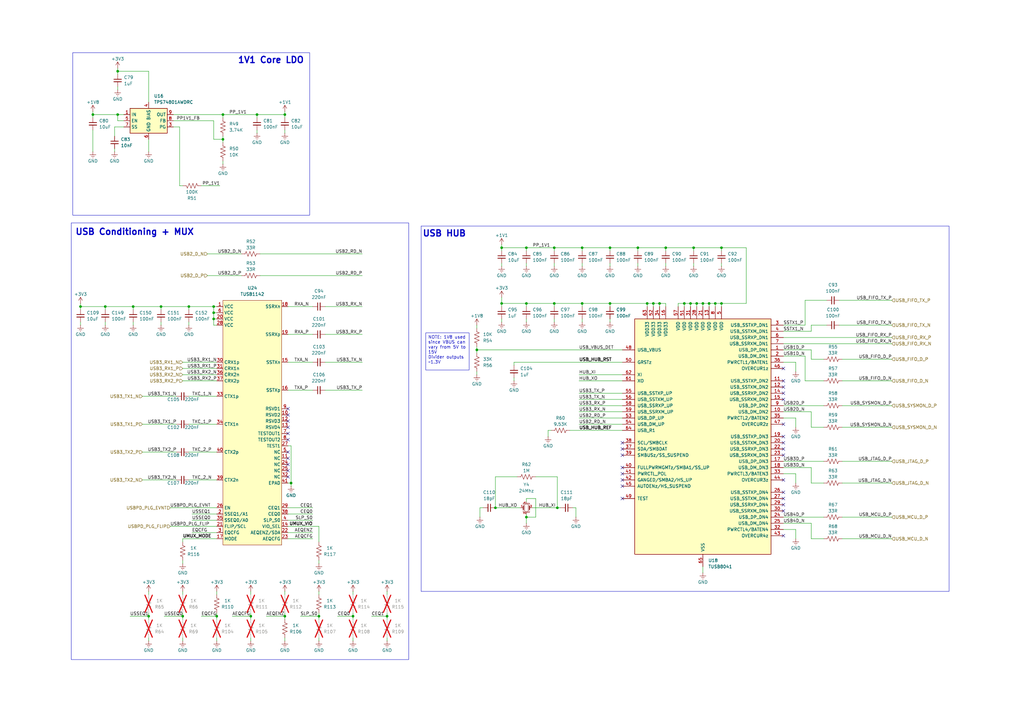
<source format=kicad_sch>
(kicad_sch (version 20231120) (generator "eeschema") (generator_version "8.0")
  (paper "A3")
  (title_block (title "USB Hub") (date "2024-07-14") (rev "1.0") (company "Drexel University") (comment 1 "Designed by John Hofmeyr"))
  (junction (at 116.84 46.99))
  (junction (at 144.78 252.73))
  (junction (at 77.47 125.73))
  (junction (at 285.75 124.46))
  (junction (at 273.05 101.6))
  (junction (at 87.63 128.27))
  (junction (at 265.43 124.46))
  (junction (at 119.38 198.12))
  (junction (at 267.97 124.46))
  (junction (at 60.96 252.73))
  (junction (at 105.41 46.99))
  (junction (at 91.44 46.99))
  (junction (at 227.33 101.6))
  (junction (at 284.48 101.6))
  (junction (at 215.9 124.46))
  (junction (at 88.9 252.73))
  (junction (at 130.81 252.73))
  (junction (at 293.37 124.46))
  (junction (at 283.21 124.46))
  (junction (at 295.91 101.6))
  (junction (at 48.26 46.99))
  (junction (at 288.29 124.46))
  (junction (at 215.9 212.09))
  (junction (at 280.67 124.46))
  (junction (at 261.62 101.6))
  (junction (at 48.26 29.21))
  (junction (at 91.44 57.15))
  (junction (at 290.83 124.46))
  (junction (at 74.93 252.73))
  (junction (at 43.18 125.73))
  (junction (at 295.91 124.46))
  (junction (at 87.63 130.81))
  (junction (at 203.2 208.28))
  (junction (at 215.9 101.6))
  (junction (at 66.04 125.73))
  (junction (at 250.19 101.6))
  (junction (at 102.87 252.73))
  (junction (at 205.74 101.6))
  (junction (at 54.61 125.73))
  (junction (at 158.75 252.73))
  (junction (at 116.84 252.73))
  (junction (at 205.74 124.46))
  (junction (at 238.76 101.6))
  (junction (at 228.6 208.28))
  (junction (at 238.76 124.46))
  (junction (at 270.51 124.46))
  (junction (at 38.1 46.99))
  (junction (at 33.02 125.73))
  (junction (at 250.19 124.46))
  (junction (at 195.58 143.51))
  (junction (at 227.33 124.46))
  (junction (at 87.63 125.73))
  (no_connect (at 118.11 193.04))
  (no_connect (at 255.27 194.31))
  (no_connect (at 118.11 195.58))
  (no_connect (at 321.31 181.61))
  (no_connect (at 321.31 151.13))
  (no_connect (at 118.11 177.8))
  (no_connect (at 321.31 186.69))
  (no_connect (at 321.31 156.21))
  (no_connect (at 118.11 185.42))
  (no_connect (at 118.11 180.34))
  (no_connect (at 255.27 196.85))
  (no_connect (at 255.27 181.61))
  (no_connect (at 321.31 161.29))
  (no_connect (at 118.11 172.72))
  (no_connect (at 118.11 187.96))
  (no_connect (at 321.31 204.47))
  (no_connect (at 321.31 179.07))
  (no_connect (at 321.31 163.83))
  (no_connect (at 255.27 186.69))
  (no_connect (at 255.27 191.77))
  (no_connect (at 321.31 209.55))
  (no_connect (at 118.11 175.26))
  (no_connect (at 255.27 199.39))
  (no_connect (at 321.31 173.99))
  (no_connect (at 321.31 219.71))
  (no_connect (at 321.31 207.01))
  (no_connect (at 255.27 204.47))
  (no_connect (at 118.11 190.5))
  (no_connect (at 118.11 167.64))
  (no_connect (at 321.31 184.15))
  (no_connect (at 255.27 184.15))
  (no_connect (at 321.31 201.93))
  (no_connect (at 321.31 158.75))
  (no_connect (at 118.11 170.18))
  (no_connect (at 321.31 196.85))
  (wire (pts (xy 270.51 124.46) (xy 270.51 125.73)))
  (wire (pts (xy 74.93 151.13) (xy 88.9 151.13)))
  (wire (pts (xy 66.04 125.73) (xy 77.47 125.73)))
  (wire (pts (xy 332.74 147.32) (xy 337.82 147.32)))
  (wire (pts (xy 345.44 175.26) (xy 365.76 175.26)))
  (wire (pts (xy 130.81 251.46) (xy 130.81 252.73)))
  (wire (pts (xy 195.58 152.4) (xy 195.58 153.67)))
  (wire (pts (xy 69.85 208.28) (xy 88.9 208.28)))
  (wire (pts (xy 215.9 101.6) (xy 227.33 101.6)))
  (wire (pts (xy 227.33 107.95) (xy 227.33 109.22)))
  (wire (pts (xy 284.48 101.6) (xy 295.91 101.6)))
  (wire (pts (xy 38.1 46.99) (xy 48.26 46.99)))
  (wire (pts (xy 77.47 162.56) (xy 88.9 162.56)))
  (wire (pts (xy 280.67 124.46) (xy 280.67 125.73)))
  (wire (pts (xy 212.09 195.58) (xy 203.2 195.58)))
  (wire (pts (xy 321.31 189.23) (xy 337.82 189.23)))
  (wire (pts (xy 144.78 251.46) (xy 144.78 252.73)))
  (wire (pts (xy 330.2 133.35) (xy 330.2 123.19)))
  (wire (pts (xy 228.6 195.58) (xy 228.6 208.28)))
  (wire (pts (xy 54.61 132.08) (xy 54.61 133.35)))
  (wire (pts (xy 345.44 147.32) (xy 365.76 147.32)))
  (wire (pts (xy 219.71 195.58) (xy 228.6 195.58)))
  (wire (pts (xy 118.11 210.82) (xy 128.27 210.82)))
  (wire (pts (xy 267.97 124.46) (xy 267.97 125.73)))
  (wire (pts (xy 250.19 101.6) (xy 261.62 101.6)))
  (wire (pts (xy 234.95 208.28) (xy 236.22 208.28)))
  (wire (pts (xy 273.05 101.6) (xy 284.48 101.6)))
  (wire (pts (xy 87.63 133.35) (xy 88.9 133.35)))
  (wire (pts (xy 82.55 252.73) (xy 88.9 252.73)))
  (wire (pts (xy 321.31 191.77) (xy 332.74 191.77)))
  (wire (pts (xy 116.84 242.57) (xy 116.84 243.84)))
  (wire (pts (xy 87.63 128.27) (xy 88.9 128.27)))
  (wire (pts (xy 283.21 124.46) (xy 283.21 125.73)))
  (wire (pts (xy 33.02 125.73) (xy 33.02 127)))
  (wire (pts (xy 290.83 124.46) (xy 293.37 124.46)))
  (wire (pts (xy 116.84 45.72) (xy 116.84 46.99)))
  (wire (pts (xy 102.87 242.57) (xy 102.87 243.84)))
  (wire (pts (xy 332.74 191.77) (xy 332.74 198.12)))
  (wire (pts (xy 321.31 194.31) (xy 326.39 194.31)))
  (wire (pts (xy 91.44 66.04) (xy 91.44 67.31)))
  (wire (pts (xy 205.74 121.92) (xy 205.74 124.46)))
  (wire (pts (xy 102.87 252.73) (xy 102.87 254)))
  (wire (pts (xy 238.76 124.46) (xy 250.19 124.46)))
  (wire (pts (xy 238.76 101.6) (xy 250.19 101.6)))
  (wire (pts (xy 105.41 46.99) (xy 105.41 48.26)))
  (wire (pts (xy 105.41 46.99) (xy 116.84 46.99)))
  (wire (pts (xy 270.51 124.46) (xy 273.05 124.46)))
  (wire (pts (xy 238.76 107.95) (xy 238.76 109.22)))
  (wire (pts (xy 77.47 196.85) (xy 88.9 196.85)))
  (wire (pts (xy 106.68 104.14) (xy 148.59 104.14)))
  (wire (pts (xy 321.31 214.63) (xy 332.74 214.63)))
  (wire (pts (xy 77.47 173.99) (xy 88.9 173.99)))
  (wire (pts (xy 123.19 252.73) (xy 130.81 252.73)))
  (wire (pts (xy 87.63 125.73) (xy 88.9 125.73)))
  (wire (pts (xy 60.96 57.15) (xy 60.96 62.23)))
  (wire (pts (xy 74.93 156.21) (xy 88.9 156.21)))
  (wire (pts (xy 87.63 125.73) (xy 87.63 128.27)))
  (wire (pts (xy 332.74 135.89) (xy 332.74 133.35)))
  (wire (pts (xy 88.9 242.57) (xy 88.9 243.84)))
  (wire (pts (xy 198.12 208.28) (xy 196.85 208.28)))
  (wire (pts (xy 95.25 252.73) (xy 102.87 252.73)))
  (wire (pts (xy 326.39 194.31) (xy 326.39 198.12)))
  (wire (pts (xy 116.84 261.62) (xy 116.84 262.89)))
  (wire (pts (xy 102.87 251.46) (xy 102.87 252.73)))
  (wire (pts (xy 224.79 176.53) (xy 224.79 179.07)))
  (wire (pts (xy 227.33 124.46) (xy 238.76 124.46)))
  (wire (pts (xy 87.63 130.81) (xy 88.9 130.81)))
  (wire (pts (xy 237.49 168.91) (xy 255.27 168.91)))
  (wire (pts (xy 74.93 229.87) (xy 74.93 231.14)))
  (wire (pts (xy 284.48 107.95) (xy 284.48 109.22)))
  (wire (pts (xy 344.17 123.19) (xy 365.76 123.19)))
  (wire (pts (xy 91.44 46.99) (xy 105.41 46.99)))
  (wire (pts (xy 118.11 198.12) (xy 119.38 198.12)))
  (wire (pts (xy 144.78 261.62) (xy 144.78 262.89)))
  (wire (pts (xy 38.1 53.34) (xy 38.1 62.23)))
  (wire (pts (xy 77.47 185.42) (xy 88.9 185.42)))
  (wire (pts (xy 332.74 214.63) (xy 332.74 220.98)))
  (wire (pts (xy 60.96 251.46) (xy 60.96 252.73)))
  (wire (pts (xy 226.06 176.53) (xy 224.79 176.53)))
  (wire (pts (xy 48.26 27.94) (xy 48.26 29.21)))
  (wire (pts (xy 237.49 166.37) (xy 255.27 166.37)))
  (wire (pts (xy 236.22 208.28) (xy 236.22 212.09)))
  (wire (pts (xy 238.76 101.6) (xy 238.76 102.87)))
  (wire (pts (xy 77.47 125.73) (xy 87.63 125.73)))
  (wire (pts (xy 130.81 229.87) (xy 130.81 231.14)))
  (wire (pts (xy 48.26 35.56) (xy 48.26 36.83)))
  (wire (pts (xy 116.84 252.73) (xy 116.84 254)))
  (wire (pts (xy 102.87 261.62) (xy 102.87 262.89)))
  (wire (pts (xy 321.31 168.91) (xy 332.74 168.91)))
  (wire (pts (xy 87.63 128.27) (xy 87.63 130.81)))
  (wire (pts (xy 158.75 261.62) (xy 158.75 262.89)))
  (wire (pts (xy 38.1 46.99) (xy 38.1 48.26)))
  (wire (pts (xy 321.31 138.43) (xy 365.76 138.43)))
  (wire (pts (xy 273.05 101.6) (xy 273.05 102.87)))
  (wire (pts (xy 205.74 124.46) (xy 215.9 124.46)))
  (wire (pts (xy 250.19 130.81) (xy 250.19 132.08)))
  (wire (pts (xy 99.06 104.14) (xy 85.09 104.14)))
  (wire (pts (xy 330.2 123.19) (xy 339.09 123.19)))
  (wire (pts (xy 219.71 212.09) (xy 215.9 212.09)))
  (wire (pts (xy 288.29 232.41) (xy 288.29 234.95)))
  (wire (pts (xy 265.43 124.46) (xy 265.43 125.73)))
  (wire (pts (xy 58.42 162.56) (xy 72.39 162.56)))
  (wire (pts (xy 278.13 124.46) (xy 278.13 125.73)))
  (wire (pts (xy 43.18 132.08) (xy 43.18 133.35)))
  (wire (pts (xy 78.74 213.36) (xy 88.9 213.36)))
  (wire (pts (xy 74.93 220.98) (xy 74.93 222.25)))
  (wire (pts (xy 332.74 198.12) (xy 337.82 198.12)))
  (wire (pts (xy 215.9 204.47) (xy 219.71 204.47)))
  (wire (pts (xy 130.81 261.62) (xy 130.81 262.89)))
  (wire (pts (xy 321.31 217.17) (xy 326.39 217.17)))
  (wire (pts (xy 88.9 252.73) (xy 88.9 254)))
  (wire (pts (xy 48.26 29.21) (xy 48.26 30.48)))
  (wire (pts (xy 106.68 113.03) (xy 148.59 113.03)))
  (wire (pts (xy 60.96 252.73) (xy 60.96 254)))
  (wire (pts (xy 321.31 133.35) (xy 330.2 133.35)))
  (wire (pts (xy 250.19 107.95) (xy 250.19 109.22)))
  (wire (pts (xy 77.47 132.08) (xy 77.47 133.35)))
  (wire (pts (xy 283.21 124.46) (xy 285.75 124.46)))
  (wire (pts (xy 345.44 156.21) (xy 365.76 156.21)))
  (wire (pts (xy 215.9 205.74) (xy 215.9 204.47)))
  (wire (pts (xy 38.1 45.72) (xy 38.1 46.99)))
  (wire (pts (xy 33.02 124.46) (xy 33.02 125.73)))
  (wire (pts (xy 306.07 101.6) (xy 295.91 101.6)))
  (wire (pts (xy 33.02 132.08) (xy 33.02 133.35)))
  (wire (pts (xy 74.93 153.67) (xy 88.9 153.67)))
  (wire (pts (xy 203.2 208.28) (xy 213.36 208.28)))
  (wire (pts (xy 130.81 252.73) (xy 130.81 254)))
  (wire (pts (xy 321.31 166.37) (xy 337.82 166.37)))
  (wire (pts (xy 345.44 189.23) (xy 365.76 189.23)))
  (wire (pts (xy 133.35 160.02) (xy 148.59 160.02)))
  (wire (pts (xy 48.26 46.99) (xy 50.8 46.99)))
  (wire (pts (xy 71.12 46.99) (xy 91.44 46.99)))
  (wire (pts (xy 74.93 251.46) (xy 74.93 252.73)))
  (wire (pts (xy 128.27 148.59) (xy 118.11 148.59)))
  (wire (pts (xy 321.31 146.05) (xy 330.2 146.05)))
  (wire (pts (xy 210.82 148.59) (xy 210.82 149.86)))
  (wire (pts (xy 87.63 49.53) (xy 87.63 57.15)))
  (wire (pts (xy 87.63 130.81) (xy 87.63 133.35)))
  (wire (pts (xy 116.84 251.46) (xy 116.84 252.73)))
  (wire (pts (xy 91.44 46.99) (xy 91.44 48.26)))
  (wire (pts (xy 118.11 208.28) (xy 128.27 208.28)))
  (wire (pts (xy 278.13 124.46) (xy 280.67 124.46)))
  (wire (pts (xy 205.74 130.81) (xy 205.74 132.08)))
  (wire (pts (xy 215.9 101.6) (xy 215.9 102.87)))
  (wire (pts (xy 290.83 124.46) (xy 290.83 125.73)))
  (wire (pts (xy 215.9 107.95) (xy 215.9 109.22)))
  (wire (pts (xy 345.44 198.12) (xy 365.76 198.12)))
  (wire (pts (xy 238.76 124.46) (xy 238.76 125.73)))
  (wire (pts (xy 345.44 166.37) (xy 365.76 166.37)))
  (wire (pts (xy 237.49 171.45) (xy 255.27 171.45)))
  (wire (pts (xy 43.18 125.73) (xy 43.18 127)))
  (wire (pts (xy 118.11 218.44) (xy 128.27 218.44)))
  (wire (pts (xy 321.31 143.51) (xy 332.74 143.51)))
  (wire (pts (xy 285.75 124.46) (xy 288.29 124.46)))
  (wire (pts (xy 118.11 220.98) (xy 128.27 220.98)))
  (wire (pts (xy 261.62 101.6) (xy 273.05 101.6)))
  (wire (pts (xy 130.81 222.25) (xy 130.81 215.9)))
  (wire (pts (xy 250.19 124.46) (xy 250.19 125.73)))
  (wire (pts (xy 46.99 52.07) (xy 46.99 55.88)))
  (wire (pts (xy 261.62 101.6) (xy 261.62 102.87)))
  (wire (pts (xy 205.74 124.46) (xy 205.74 125.73)))
  (wire (pts (xy 195.58 143.51) (xy 195.58 144.78)))
  (wire (pts (xy 227.33 130.81) (xy 227.33 132.08)))
  (wire (pts (xy 116.84 53.34) (xy 116.84 54.61)))
  (wire (pts (xy 280.67 124.46) (xy 283.21 124.46)))
  (wire (pts (xy 205.74 100.33) (xy 205.74 101.6)))
  (wire (pts (xy 210.82 148.59) (xy 255.27 148.59)))
  (wire (pts (xy 158.75 252.73) (xy 158.75 254)))
  (wire (pts (xy 66.04 132.08) (xy 66.04 133.35)))
  (wire (pts (xy 74.93 148.59) (xy 88.9 148.59)))
  (wire (pts (xy 293.37 124.46) (xy 293.37 125.73)))
  (wire (pts (xy 60.96 29.21) (xy 60.96 41.91)))
  (wire (pts (xy 238.76 130.81) (xy 238.76 132.08)))
  (wire (pts (xy 321.31 171.45) (xy 326.39 171.45)))
  (wire (pts (xy 326.39 148.59) (xy 326.39 152.4)))
  (wire (pts (xy 288.29 124.46) (xy 290.83 124.46)))
  (wire (pts (xy 48.26 49.53) (xy 48.26 46.99)))
  (wire (pts (xy 74.93 252.73) (xy 74.93 254)))
  (wire (pts (xy 54.61 125.73) (xy 66.04 125.73)))
  (wire (pts (xy 210.82 154.94) (xy 210.82 156.21)))
  (wire (pts (xy 293.37 124.46) (xy 295.91 124.46)))
  (wire (pts (xy 77.47 125.73) (xy 77.47 127)))
  (wire (pts (xy 118.11 213.36) (xy 128.27 213.36)))
  (wire (pts (xy 219.71 204.47) (xy 219.71 212.09)))
  (wire (pts (xy 237.49 163.83) (xy 255.27 163.83)))
  (wire (pts (xy 237.49 156.21) (xy 255.27 156.21)))
  (wire (pts (xy 326.39 217.17) (xy 326.39 220.98)))
  (wire (pts (xy 69.85 215.9) (xy 88.9 215.9)))
  (wire (pts (xy 233.68 176.53) (xy 255.27 176.53)))
  (wire (pts (xy 91.44 57.15) (xy 91.44 58.42)))
  (wire (pts (xy 128.27 125.73) (xy 118.11 125.73)))
  (wire (pts (xy 73.66 76.2) (xy 74.93 76.2)))
  (wire (pts (xy 54.61 125.73) (xy 54.61 127)))
  (wire (pts (xy 119.38 182.88) (xy 119.38 198.12)))
  (wire (pts (xy 50.8 49.53) (xy 48.26 49.53)))
  (wire (pts (xy 195.58 134.62) (xy 195.58 133.35)))
  (wire (pts (xy 321.31 148.59) (xy 326.39 148.59)))
  (wire (pts (xy 295.91 124.46) (xy 295.91 125.73)))
  (wire (pts (xy 284.48 101.6) (xy 284.48 102.87)))
  (wire (pts (xy 218.44 208.28) (xy 228.6 208.28)))
  (wire (pts (xy 227.33 101.6) (xy 227.33 102.87)))
  (wire (pts (xy 109.22 252.73) (xy 116.84 252.73)))
  (wire (pts (xy 273.05 124.46) (xy 273.05 125.73)))
  (wire (pts (xy 87.63 57.15) (xy 91.44 57.15)))
  (wire (pts (xy 74.93 242.57) (xy 74.93 243.84)))
  (wire (pts (xy 295.91 101.6) (xy 295.91 102.87)))
  (wire (pts (xy 196.85 208.28) (xy 196.85 212.09)))
  (wire (pts (xy 71.12 49.53) (xy 87.63 49.53)))
  (wire (pts (xy 332.74 175.26) (xy 337.82 175.26)))
  (wire (pts (xy 326.39 171.45) (xy 326.39 175.26)))
  (wire (pts (xy 330.2 146.05) (xy 330.2 156.21)))
  (wire (pts (xy 306.07 124.46) (xy 306.07 101.6)))
  (wire (pts (xy 203.2 195.58) (xy 203.2 208.28)))
  (wire (pts (xy 133.35 125.73) (xy 148.59 125.73)))
  (wire (pts (xy 215.9 124.46) (xy 227.33 124.46)))
  (wire (pts (xy 133.35 148.59) (xy 148.59 148.59)))
  (wire (pts (xy 237.49 161.29) (xy 255.27 161.29)))
  (wire (pts (xy 91.44 55.88) (xy 91.44 57.15)))
  (wire (pts (xy 50.8 52.07) (xy 46.99 52.07)))
  (wire (pts (xy 74.93 220.98) (xy 88.9 220.98)))
  (wire (pts (xy 152.4 252.73) (xy 158.75 252.73)))
  (wire (pts (xy 88.9 251.46) (xy 88.9 252.73)))
  (wire (pts (xy 227.33 101.6) (xy 238.76 101.6)))
  (wire (pts (xy 237.49 153.67) (xy 255.27 153.67)))
  (wire (pts (xy 71.12 52.07) (xy 73.66 52.07)))
  (wire (pts (xy 73.66 76.2) (xy 73.66 52.07)))
  (wire (pts (xy 321.31 140.97) (xy 365.76 140.97)))
  (wire (pts (xy 261.62 107.95) (xy 261.62 109.22)))
  (wire (pts (xy 130.81 242.57) (xy 130.81 243.84)))
  (wire (pts (xy 128.27 137.16) (xy 118.11 137.16)))
  (wire (pts (xy 58.42 173.99) (xy 72.39 173.99)))
  (wire (pts (xy 205.74 101.6) (xy 205.74 102.87)))
  (wire (pts (xy 332.74 133.35) (xy 339.09 133.35)))
  (wire (pts (xy 285.75 124.46) (xy 285.75 125.73)))
  (wire (pts (xy 116.84 46.99) (xy 116.84 48.26)))
  (wire (pts (xy 321.31 212.09) (xy 337.82 212.09)))
  (wire (pts (xy 288.29 124.46) (xy 288.29 125.73)))
  (wire (pts (xy 158.75 242.57) (xy 158.75 243.84)))
  (wire (pts (xy 78.74 218.44) (xy 88.9 218.44)))
  (wire (pts (xy 215.9 212.09) (xy 215.9 214.63)))
  (wire (pts (xy 88.9 261.62) (xy 88.9 262.89)))
  (wire (pts (xy 138.43 252.73) (xy 144.78 252.73)))
  (wire (pts (xy 332.74 168.91) (xy 332.74 175.26)))
  (wire (pts (xy 344.17 133.35) (xy 365.76 133.35)))
  (wire (pts (xy 105.41 53.34) (xy 105.41 54.61)))
  (wire (pts (xy 58.42 185.42) (xy 72.39 185.42)))
  (wire (pts (xy 295.91 107.95) (xy 295.91 109.22)))
  (wire (pts (xy 250.19 124.46) (xy 265.43 124.46)))
  (wire (pts (xy 215.9 130.81) (xy 215.9 132.08)))
  (wire (pts (xy 265.43 124.46) (xy 267.97 124.46)))
  (wire (pts (xy 228.6 208.28) (xy 229.87 208.28)))
  (wire (pts (xy 215.9 210.82) (xy 215.9 212.09)))
  (wire (pts (xy 118.11 215.9) (xy 130.81 215.9)))
  (wire (pts (xy 46.99 60.96) (xy 46.99 62.23)))
  (wire (pts (xy 237.49 173.99) (xy 255.27 173.99)))
  (wire (pts (xy 144.78 252.73) (xy 144.78 254)))
  (wire (pts (xy 118.11 182.88) (xy 119.38 182.88)))
  (wire (pts (xy 144.78 242.57) (xy 144.78 243.84)))
  (wire (pts (xy 74.93 261.62) (xy 74.93 262.89)))
  (wire (pts (xy 60.96 242.57) (xy 60.96 243.84)))
  (wire (pts (xy 48.26 29.21) (xy 60.96 29.21)))
  (wire (pts (xy 345.44 220.98) (xy 365.76 220.98)))
  (wire (pts (xy 82.55 76.2) (xy 90.17 76.2)))
  (wire (pts (xy 99.06 113.03) (xy 85.09 113.03)))
  (wire (pts (xy 295.91 124.46) (xy 306.07 124.46)))
  (wire (pts (xy 33.02 125.73) (xy 43.18 125.73)))
  (wire (pts (xy 53.34 252.73) (xy 60.96 252.73)))
  (wire (pts (xy 133.35 137.16) (xy 148.59 137.16)))
  (wire (pts (xy 60.96 261.62) (xy 60.96 262.89)))
  (wire (pts (xy 267.97 124.46) (xy 270.51 124.46)))
  (wire (pts (xy 66.04 125.73) (xy 66.04 127)))
  (wire (pts (xy 158.75 251.46) (xy 158.75 252.73)))
  (wire (pts (xy 128.27 160.02) (xy 118.11 160.02)))
  (wire (pts (xy 78.74 210.82) (xy 88.9 210.82)))
  (wire (pts (xy 330.2 156.21) (xy 337.82 156.21)))
  (wire (pts (xy 227.33 124.46) (xy 227.33 125.73)))
  (wire (pts (xy 250.19 101.6) (xy 250.19 102.87)))
  (wire (pts (xy 332.74 220.98) (xy 337.82 220.98)))
  (wire (pts (xy 215.9 124.46) (xy 215.9 125.73)))
  (wire (pts (xy 67.31 252.73) (xy 74.93 252.73)))
  (wire (pts (xy 205.74 107.95) (xy 205.74 109.22)))
  (wire (pts (xy 43.18 125.73) (xy 54.61 125.73)))
  (wire (pts (xy 119.38 198.12) (xy 119.38 199.39)))
  (wire (pts (xy 332.74 143.51) (xy 332.74 147.32)))
  (wire (pts (xy 321.31 135.89) (xy 332.74 135.89)))
  (wire (pts (xy 58.42 196.85) (xy 72.39 196.85)))
  (wire (pts (xy 195.58 142.24) (xy 195.58 143.51)))
  (wire (pts (xy 195.58 143.51) (xy 255.27 143.51)))
  (wire (pts (xy 345.44 212.09) (xy 365.76 212.09)))
  (wire (pts (xy 273.05 107.95) (xy 273.05 109.22)))
  (wire (pts (xy 205.74 101.6) (xy 215.9 101.6)))
  (rectangle (start 29.845 21.59) (end 127 88.265))
  (rectangle (start 29.21 91.44) (end 167.64 270.51))
  (rectangle (start 172.72 92.71) (end 389.255 242.57))
  (text_box "NOTE: 1V8 used since VBUS can vary from 5V to 15V\nDivider outputs ~1.3V" (at 174.625 136.525 0) (size 17.78 15.24) (effects (font (size 1.27 1.27)) (justify left top)))
  (text "USB Conditioning + MUX" (at 55.245 95.25 0) (effects (font (size 2.54 2.54) (thickness 0.508) (bold yes))))
  (text "1V1 Core LDO" (at 111.125 24.765 0) (effects (font (size 2.54 2.54) (thickness 0.508) (bold yes))))
  (text "USB HUB" (at 182.245 95.885 0) (effects (font (size 2.54 2.54) (thickness 0.508) (bold yes))))
  (label "USB_FIFO_D_N" (at 365.76 156.21 180))
  (label "USB4D_P" (at 321.31 212.09 0))
  (label "USB_HUB_REF" (at 237.49 176.53 0) (effects (font (bold yes))))
  (label "USB3_TX1_P" (at 72.39 173.99 180))
  (label "USB3_TX_N" (at 237.49 163.83 0))
  (label "USB_MCU_D_P" (at 365.76 212.09 180))
  (label "TXC_1_N" (at 78.74 162.56 0))
  (label "USB_FIFO_TX_P" (at 365.76 123.19 180))
  (label "USSEQ0" (at 67.31 252.73 0))
  (label "USB3_TX_P" (at 148.59 160.02 180))
  (label "RXA_P" (at 120.65 137.16 0))
  (label "USB1D_P" (at 321.31 143.51 0))
  (label "USB3_RX1_P" (at 88.9 151.13 180))
  (label "AEQCFG" (at 128.27 220.98 180))
  (label "USB2D_N" (at 321.31 168.91 0))
  (label "USB_JTAG_D_P" (at 365.76 189.23 180))
  (label "USB2_D_P" (at 99.06 113.03 180))
  (label "HUB_XO" (at 237.49 156.21 0))
  (label "HUB_XO" (at 212.09 208.28 180))
  (label "USB3_RX1_N" (at 88.9 148.59 180))
  (label "USB3_RX2_P" (at 88.9 156.21 180))
  (label "USB4D_N" (at 321.31 214.63 0))
  (label "USB2_RD_P" (at 237.49 171.45 0))
  (label "USB_JTAG_D_N" (at 365.76 198.12 180))
  (label "USB_FIFO_RX_P" (at 365.76 138.43 180))
  (label "USB3_TX_N" (at 148.59 148.59 180))
  (label "PP_1V1" (at 90.17 76.2 180))
  (label "USB2_RD_N" (at 237.49 173.99 0))
  (label "USB_HUB_RST" (at 237.49 148.59 0) (effects (font (bold yes))))
  (label "TXC_1_P" (at 78.74 173.99 0))
  (label "USB3D_P" (at 321.31 189.23 0))
  (label "HUB_XI" (at 220.98 208.28 0))
  (label "EQCFG" (at 78.74 218.44 0))
  (label "USB_MCU_D_N" (at 365.76 220.98 180))
  (label "USB_VBUS_DET" (at 237.49 143.51 0))
  (label "USB1D_N" (at 321.31 146.05 0))
  (label "SLP_S0" (at 123.19 252.73 0))
  (label "USB2D_P" (at 321.31 166.37 0))
  (label "USB3_RX_P" (at 237.49 166.37 0))
  (label "CEQ0" (at 138.43 252.73 0))
  (label "PP_1V1" (at 218.44 101.6 0))
  (label "CEQ1" (at 128.27 208.28 180))
  (label "AEQENZ" (at 109.22 252.73 0))
  (label "USB_SYSMON_D_N" (at 365.76 175.26 180))
  (label "TXC_2_N" (at 78.74 196.85 0))
  (label "USB_FIFO_D_P" (at 365.76 147.32 180))
  (label "USSEQ0" (at 78.74 213.36 0))
  (label "PP1V1_FB" (at 72.39 49.53 0))
  (label "CEQ0" (at 128.27 210.82 180))
  (label "AEQCFG" (at 95.25 252.73 0))
  (label "RXA_N" (at 120.65 125.73 0))
  (label "HUB_XI" (at 237.49 153.67 0))
  (label "USB3_TX1_N" (at 72.39 162.56 180))
  (label "USB3_TX_P" (at 237.49 161.29 0))
  (label "USB3_RX_N" (at 148.59 125.73 180))
  (label "EQCFG" (at 82.55 252.73 0))
  (label "USB_SYSMON_D_P" (at 365.76 166.37 180))
  (label "USB3_RX_N" (at 237.49 168.91 0))
  (label "USB3_RX2_N" (at 88.9 153.67 180))
  (label "USB_FIFO_RX_N" (at 365.76 140.97 180))
  (label "USB3_RX_P" (at 148.59 137.16 180))
  (label "USBPD_PLG_FLIP" (at 69.85 215.9 0))
  (label "SSTX1_N" (at 321.31 135.89 0))
  (label "USB3_TX2_P" (at 72.39 185.42 180))
  (label "TXA_N" (at 120.65 148.59 0))
  (label "SSTX1_P" (at 321.31 133.35 0))
  (label "SLP_S0" (at 128.27 213.36 180))
  (label "USB2_RD_P" (at 148.59 113.03 180))
  (label "UMUX_VIO" (at 128.27 215.9 180) (effects (font (bold yes))))
  (label "TXA_P" (at 120.65 160.02 0))
  (label "USSEQ1" (at 53.34 252.73 0))
  (label "USB_FIFO_TX_N" (at 365.76 133.35 180))
  (label "TXC_2_P" (at 78.74 185.42 0))
  (label "USSEQ1" (at 78.74 210.82 0))
  (label "USBPD_PLG_EVNT" (at 86.36 208.28 180))
  (label "PP_1V1" (at 93.98 46.99 0))
  (label "USB3_TX2_N" (at 72.39 196.85 180))
  (label "USB3D_N" (at 321.31 191.77 0))
  (label "USB2_D_N" (at 99.06 104.14 180))
  (label "UMUX_MODE" (at 74.93 220.98 0) (effects (font (bold yes))))
  (label "AEQENZ" (at 128.27 218.44 180))
  (label "USB2_RD_N" (at 148.59 104.14 180))
  (label "CEQ1" (at 152.4 252.73 0))
  (hierarchical_label "USB_FIFO_TX_N" (shape input) (at 365.76 133.35 0))
  (hierarchical_label "USBPD_PLG_EVNT" (shape input) (at 69.85 208.28 180))
  (hierarchical_label "USB2_D_P" (shape input) (at 85.09 113.03 180))
  (hierarchical_label "USB_SYSMON_D_P" (shape input) (at 365.76 166.37 0))
  (hierarchical_label "USB3_RX1_N" (shape input) (at 74.93 148.59 180))
  (hierarchical_label "USB3_RX2_P" (shape input) (at 74.93 156.21 180))
  (hierarchical_label "USB_SYSMON_D_N" (shape input) (at 365.76 175.26 0))
  (hierarchical_label "USB3_TX1_P" (shape input) (at 58.42 173.99 180))
  (hierarchical_label "USB_MCU_D_P" (shape input) (at 365.76 212.09 0))
  (hierarchical_label "USB_JTAG_D_N" (shape input) (at 365.76 198.12 0))
  (hierarchical_label "USB3_TX2_P" (shape input) (at 58.42 185.42 180))
  (hierarchical_label "USB_MCU_D_N" (shape input) (at 365.76 220.98 0))
  (hierarchical_label "USB_FIFO_TX_P" (shape input) (at 365.76 123.19 0))
  (hierarchical_label "USB_FIFO_RX_N" (shape input) (at 365.76 140.97 0))
  (hierarchical_label "USB3_RX1_P" (shape input) (at 74.93 151.13 180))
  (hierarchical_label "USB_FIFO_D_P" (shape input) (at 365.76 147.32 0))
  (hierarchical_label "USB_JTAG_D_P" (shape input) (at 365.76 189.23 0))
  (hierarchical_label "USB2_D_N" (shape input) (at 85.09 104.14 180))
  (hierarchical_label "USB_FIFO_RX_P" (shape input) (at 365.76 138.43 0))
  (hierarchical_label "USB3_RX2_N" (shape input) (at 74.93 153.67 180))
  (hierarchical_label "USB3_TX1_N" (shape input) (at 58.42 162.56 180))
  (hierarchical_label "USB_FIFO_D_N" (shape input) (at 365.76 156.21 0))
  (hierarchical_label "USBPD_PLG_FLIP" (shape input) (at 69.85 215.9 180))
  (hierarchical_label "USB3_TX2_N" (shape input) (at 58.42 196.85 180))
  (symbol (lib_id "Device:R_US") (at 78.74 76.2 270) (mirror x) (unit 1)
    (property "Reference" "R51" (at 78.74 81.28 90))
    (property "Value" "100K" (at 78.74 78.74 90))
    (property "Footprint" "Resistor_SMD:R_0201_0603Metric" (effects (hide yes)))
    (property "Description" "Resistor, US symbol" (effects (hide yes)))
  )
  (symbol (lib_id "power:GND") (at 196.85 212.09 0) (unit 1)
    (property "Reference" "#PWR0200" (effects (hide yes)))
    (property "Value" "GND" (at 196.85 215.9 0))
    (property "Description" "Power symbol creates a global label with name \"GND\" , ground" (effects (hide yes)))
  )
  (symbol (lib_id "Device:R_US") (at 102.87 104.14 270) (unit 1)
    (property "Reference" "R52" (at 102.87 99.06 90))
    (property "Value" "33R" (at 102.87 101.6 90))
    (property "Footprint" "Resistor_SMD:R_0201_0603Metric" (effects (hide yes)))
    (property "Description" "Resistor, US symbol" (effects (hide yes)))
  )
  (symbol (lib_id "power:GND") (at 195.58 153.67 0) (unit 1)
    (property "Reference" "#PWR0191" (effects (hide yes)))
    (property "Value" "GND" (at 195.58 157.48 0))
    (property "Description" "Power symbol creates a global label with name \"GND\" , ground" (effects (hide yes)))
  )
  (symbol (lib_id "Device:R_US") (at 341.63 189.23 270) (unit 1)
    (property "Reference" "R61" (at 341.63 184.15 90))
    (property "Value" "33R" (at 341.63 186.69 90))
    (property "Footprint" "Resistor_SMD:R_0201_0603Metric" (effects (hide yes)))
    (property "Description" "Resistor, US symbol" (effects (hide yes)))
  )
  (symbol (lib_id "Device:R_US") (at 102.87 113.03 270) (unit 1)
    (property "Reference" "R53" (at 102.87 107.95 90))
    (property "Value" "33R" (at 102.87 110.49 90))
    (property "Footprint" "Resistor_SMD:R_0201_0603Metric" (effects (hide yes)))
    (property "Description" "Resistor, US symbol" (effects (hide yes)))
  )
  (symbol (lib_id "power:GND") (at 288.29 234.95 0) (unit 1)
    (property "Reference" "#PWR0207" (effects (hide yes)))
    (property "Value" "GND" (at 288.29 238.76 0))
    (property "Description" "Power symbol creates a global label with name \"GND\" , ground" (effects (hide yes)))
  )
  (symbol (lib_id "Device:C_Small") (at 130.81 125.73 90) (unit 1)
    (property "Reference" "C94" (at 130.8163 119.38 90))
    (property "Value" "220nF" (at 130.8163 121.92 90))
    (property "Footprint" "Capacitor_SMD:C_0201_0603Metric" (effects (hide yes)))
    (property "Description" "Unpolarized capacitor, small symbol" (effects (hide yes)))
  )
  (symbol (lib_id "Device:R_US") (at 74.93 257.81 180) (unit 1) (dnp yes)
    (property "Reference" "R69" (at 79.375 259.08 0))
    (property "Value" "1K" (at 79.375 256.54 0))
    (property "Footprint" "Resistor_SMD:R_0201_0603Metric" (effects (hide yes)))
    (property "Description" "Resistor, US symbol" (effects (hide yes)))
  )
  (symbol (lib_id "Device:C_Small") (at 66.04 129.54 0) (unit 1)
    (property "Reference" "C151" (at 68.58 128.2762 0) (effects (justify left)))
    (property "Value" "100nF" (at 68.58 130.8162 0) (effects (justify left)))
    (property "Footprint" "Capacitor_SMD:C_0201_0603Metric" (effects (hide yes)))
    (property "Description" "Unpolarized capacitor, small symbol" (effects (hide yes)))
  )
  (symbol (lib_id "power:+1V8") (at 38.1 45.72 0) (unit 1)
    (property "Reference" "#PWR0165" (effects (hide yes)))
    (property "Value" "+1V8" (at 38.1 41.91 0))
    (property "Description" "Power symbol creates a global label with name \"+1V8\"" (effects (hide yes)))
  )
  (symbol (lib_id "Interface_USB:TUSB8041") (at 288.29 179.07 0) (unit 1)
    (property "Reference" "U18" (at 290.4841 229.87 0) (effects (justify left)))
    (property "Value" "TUSB8041" (at 290.4841 232.41 0) (effects (justify left)))
    (property "Footprint" "Package_DFN_QFN:QFN-64-1EP_9x9mm_P0.5mm_EP6x6mm_ThermalVias" (effects (hide yes)))
    (property "Datasheet" "http://www.ti.com/lit/ds/symlink/tusb8041.pdf" (effects (hide yes)))
    (property "Description" "four port USB 3.0 Hub" (effects (hide yes)))
  )
  (symbol (lib_id "Device:C_Small") (at 116.84 50.8 0) (unit 1)
    (property "Reference" "C82" (at 119.38 49.5362 0) (effects (justify left)))
    (property "Value" "10uF" (at 119.38 52.0762 0) (effects (justify left)))
    (property "Footprint" "Capacitor_SMD:C_0603_1608Metric" (effects (hide yes)))
    (property "Description" "Unpolarized capacitor, small symbol" (effects (hide yes)))
  )
  (symbol (lib_id "power:GND") (at 130.81 231.14 0) (unit 1)
    (property "Reference" "#PWR0291" (effects (hide yes)))
    (property "Value" "GND" (at 130.81 234.95 0))
    (property "Description" "Power symbol creates a global label with name \"GND\" , ground" (effects (hide yes)))
  )
  (symbol (lib_id "Device:Crystal_GND24_Small") (at 215.9 208.28 0) (unit 1)
    (property "Reference" "Y4" (at 215.9 198.755 0))
    (property "Value" "24Mhz" (at 215.9 201.295 0))
    (property "Footprint" "Oscillator:Oscillator_SMD_Abracon_ASE-4Pin_3.2x2.5mm" (effects (hide yes)))
    (property "Datasheet" "https://abracon.com/Resonators/ABM8G.pdf" (effects (hide yes)))
    (property "Description" "Four pin crystal, GND on pins 2 and 4, small symbol" (effects (hide yes)))
  )
  (symbol (lib_id "power:GND") (at 326.39 152.4 0) (unit 1)
    (property "Reference" "#PWR0190" (effects (hide yes)))
    (property "Value" "GND" (at 326.39 156.21 0))
    (property "Description" "Power symbol creates a global label with name \"GND\" , ground" (effects (hide yes)))
  )
  (symbol (lib_id "Device:C_Small") (at 261.62 105.41 0) (unit 1)
    (property "Reference" "C89" (at 264.16 104.1462 0) (effects (justify left)))
    (property "Value" "100nF" (at 264.16 106.6862 0) (effects (justify left)))
    (property "Footprint" "Capacitor_SMD:C_0201_0603Metric" (effects (hide yes)))
    (property "Description" "Unpolarized capacitor, small symbol" (effects (hide yes)))
  )
  (symbol (lib_id "Device:C_Small") (at 200.66 208.28 270) (unit 1)
    (property "Reference" "C110" (at 200.6536 201.93 90))
    (property "Value" "18pF" (at 200.6536 204.47 90))
    (property "Footprint" "Capacitor_SMD:C_0201_0603Metric" (effects (hide yes)))
    (property "Description" "Unpolarized capacitor, small symbol" (effects (hide yes)))
  )
  (symbol (lib_id "power:GND") (at 326.39 220.98 0) (unit 1)
    (property "Reference" "#PWR0205" (effects (hide yes)))
    (property "Value" "GND" (at 326.39 224.79 0))
    (property "Description" "Power symbol creates a global label with name \"GND\" , ground" (effects (hide yes)))
  )
  (symbol (lib_id "Device:C_Small") (at 215.9 105.41 0) (unit 1)
    (property "Reference" "C85" (at 218.44 104.1462 0) (effects (justify left)))
    (property "Value" "100nF" (at 218.44 106.6862 0) (effects (justify left)))
    (property "Footprint" "Capacitor_SMD:C_0201_0603Metric" (effects (hide yes)))
    (property "Description" "Unpolarized capacitor, small symbol" (effects (hide yes)))
  )
  (symbol (lib_id "Device:R_US") (at 195.58 148.59 180) (unit 1)
    (property "Reference" "R56" (at 200.025 149.86 0))
    (property "Value" "33K" (at 200.025 147.32 0))
    (property "Footprint" "Resistor_SMD:R_0201_0603Metric" (effects (hide yes)))
    (property "Description" "Resistor, US symbol" (effects (hide yes)))
  )
  (symbol (lib_id "Device:C_Small") (at 232.41 208.28 270) (unit 1)
    (property "Reference" "C111" (at 232.4036 201.93 90))
    (property "Value" "18pF" (at 232.4036 204.47 90))
    (property "Footprint" "Capacitor_SMD:C_0201_0603Metric" (effects (hide yes)))
    (property "Description" "Unpolarized capacitor, small symbol" (effects (hide yes)))
  )
  (symbol (lib_id "power:+3V3") (at 88.9 242.57 0) (unit 1)
    (property "Reference" "#PWR0279" (effects (hide yes)))
    (property "Value" "+3V3" (at 88.9 238.76 0))
    (property "Description" "Power symbol creates a global label with name \"+3V3\"" (effects (hide yes)))
  )
  (symbol (lib_id "Device:C_Small") (at 295.91 105.41 0) (unit 1)
    (property "Reference" "C92" (at 298.45 104.1462 0) (effects (justify left)))
    (property "Value" "100nF" (at 298.45 106.6862 0) (effects (justify left)))
    (property "Footprint" "Capacitor_SMD:C_0201_0603Metric" (effects (hide yes)))
    (property "Description" "Unpolarized capacitor, small symbol" (effects (hide yes)))
  )
  (symbol (lib_id "power:GND") (at 215.9 109.22 0) (unit 1)
    (property "Reference" "#PWR0176" (effects (hide yes)))
    (property "Value" "GND" (at 215.9 113.03 0))
    (property "Description" "Power symbol creates a global label with name \"GND\" , ground" (effects (hide yes)))
  )
  (symbol (lib_id "Device:R_US") (at 88.9 247.65 180) (unit 1)
    (property "Reference" "R110" (at 93.345 248.92 0))
    (property "Value" "1K" (at 93.345 246.38 0))
    (property "Footprint" "Resistor_SMD:R_0201_0603Metric" (effects (hide yes)))
    (property "Description" "Resistor, US symbol" (effects (hide yes)))
  )
  (symbol (lib_id "Device:R_US") (at 341.63 156.21 270) (unit 1)
    (property "Reference" "R57" (at 341.63 151.13 90))
    (property "Value" "33R" (at 341.63 153.67 90))
    (property "Footprint" "Resistor_SMD:R_0201_0603Metric" (effects (hide yes)))
    (property "Description" "Resistor, US symbol" (effects (hide yes)))
  )
  (symbol (lib_id "Device:C_Small") (at 130.81 137.16 90) (unit 1)
    (property "Reference" "C101" (at 130.8163 130.81 90))
    (property "Value" "220nF" (at 130.8163 133.35 90))
    (property "Footprint" "Capacitor_SMD:C_0201_0603Metric" (effects (hide yes)))
    (property "Description" "Unpolarized capacitor, small symbol" (effects (hide yes)))
  )
  (symbol (lib_id "power:GND") (at 261.62 109.22 0) (unit 1)
    (property "Reference" "#PWR0180" (effects (hide yes)))
    (property "Value" "GND" (at 261.62 113.03 0))
    (property "Description" "Power symbol creates a global label with name \"GND\" , ground" (effects (hide yes)))
  )
  (symbol (lib_id "Device:R_US") (at 158.75 247.65 180) (unit 1) (dnp yes)
    (property "Reference" "R115" (at 163.195 248.92 0))
    (property "Value" "1K" (at 163.195 246.38 0))
    (property "Footprint" "Resistor_SMD:R_0201_0603Metric" (effects (hide yes)))
    (property "Description" "Resistor, US symbol" (effects (hide yes)))
  )
  (symbol (lib_id "Device:C_Small") (at 284.48 105.41 0) (unit 1)
    (property "Reference" "C91" (at 287.02 104.1462 0) (effects (justify left)))
    (property "Value" "100nF" (at 287.02 106.6862 0) (effects (justify left)))
    (property "Footprint" "Capacitor_SMD:C_0201_0603Metric" (effects (hide yes)))
    (property "Description" "Unpolarized capacitor, small symbol" (effects (hide yes)))
  )
  (symbol (lib_id "power:+3V3") (at 205.74 121.92 0) (unit 1)
    (property "Reference" "#PWR0184" (effects (hide yes)))
    (property "Value" "+3V3" (at 205.74 118.11 0))
    (property "Description" "Power symbol creates a global label with name \"+3V3\"" (effects (hide yes)))
  )
  (symbol (lib_id "Device:R_US") (at 116.84 257.81 180) (unit 1)
    (property "Reference" "R106" (at 121.285 259.08 0))
    (property "Value" "1K" (at 121.285 256.54 0))
    (property "Footprint" "Resistor_SMD:R_0201_0603Metric" (effects (hide yes)))
    (property "Description" "Resistor, US symbol" (effects (hide yes)))
  )
  (symbol (lib_id "Device:C_Small") (at 48.26 33.02 0) (unit 1)
    (property "Reference" "C79" (at 50.8 31.7562 0) (effects (justify left)))
    (property "Value" "1uF" (at 50.8 34.2962 0) (effects (justify left)))
    (property "Footprint" "Capacitor_SMD:C_0201_0603Metric" (effects (hide yes)))
    (property "Description" "Unpolarized capacitor, small symbol" (effects (hide yes)))
  )
  (symbol (lib_id "power:GND") (at 74.93 231.14 0) (unit 1)
    (property "Reference" "#PWR0208" (effects (hide yes)))
    (property "Value" "GND" (at 74.93 234.95 0))
    (property "Description" "Power symbol creates a global label with name \"GND\" , ground" (effects (hide yes)))
  )
  (symbol (lib_id "Device:C_Small") (at 227.33 128.27 0) (unit 1)
    (property "Reference" "C97" (at 229.87 127.0062 0) (effects (justify left)))
    (property "Value" "100nF" (at 229.87 129.5462 0) (effects (justify left)))
    (property "Footprint" "Capacitor_SMD:C_0201_0603Metric" (effects (hide yes)))
    (property "Description" "Unpolarized capacitor, small symbol" (effects (hide yes)))
  )
  (symbol (lib_id "power:GND") (at 116.84 262.89 0) (unit 1)
    (property "Reference" "#PWR0284" (effects (hide yes)))
    (property "Value" "GND" (at 116.84 266.7 0))
    (property "Description" "Power symbol creates a global label with name \"GND\" , ground" (effects (hide yes)))
  )
  (symbol (lib_id "Device:R_US") (at 144.78 257.81 180) (unit 1) (dnp yes)
    (property "Reference" "R108" (at 149.225 259.08 0))
    (property "Value" "1K" (at 149.225 256.54 0))
    (property "Footprint" "Resistor_SMD:R_0201_0603Metric" (effects (hide yes)))
    (property "Description" "Resistor, US symbol" (effects (hide yes)))
  )
  (symbol (lib_id "power:GND") (at 273.05 109.22 0) (unit 1)
    (property "Reference" "#PWR0181" (effects (hide yes)))
    (property "Value" "GND" (at 273.05 113.03 0))
    (property "Description" "Power symbol creates a global label with name \"GND\" , ground" (effects (hide yes)))
  )
  (symbol (lib_id "power:GND") (at 227.33 109.22 0) (unit 1)
    (property "Reference" "#PWR0177" (effects (hide yes)))
    (property "Value" "GND" (at 227.33 113.03 0))
    (property "Description" "Power symbol creates a global label with name \"GND\" , ground" (effects (hide yes)))
  )
  (symbol (lib_id "Device:C_Small") (at 210.82 152.4 0) (unit 1)
    (property "Reference" "C104" (at 213.36 151.1362 0) (effects (justify left)))
    (property "Value" "1uF" (at 213.36 153.6762 0) (effects (justify left)))
    (property "Footprint" "Capacitor_SMD:C_0201_0603Metric" (effects (hide yes)))
    (property "Description" "Unpolarized capacitor, small symbol" (effects (hide yes)))
  )
  (symbol (lib_id "Device:C_Small") (at 130.81 148.59 90) (unit 1)
    (property "Reference" "C103" (at 130.8163 142.24 90))
    (property "Value" "220nF" (at 130.8163 144.78 90))
    (property "Footprint" "Capacitor_SMD:C_0201_0603Metric" (effects (hide yes)))
    (property "Description" "Unpolarized capacitor, small symbol" (effects (hide yes)))
  )
  (symbol (lib_id "Device:C_Small") (at 273.05 105.41 0) (unit 1)
    (property "Reference" "C90" (at 275.59 104.1462 0) (effects (justify left)))
    (property "Value" "100nF" (at 275.59 106.6862 0) (effects (justify left)))
    (property "Footprint" "Capacitor_SMD:C_0201_0603Metric" (effects (hide yes)))
    (property "Description" "Unpolarized capacitor, small symbol" (effects (hide yes)))
  )
  (symbol (lib_id "power:GND") (at 295.91 109.22 0) (unit 1)
    (property "Reference" "#PWR0183" (effects (hide yes)))
    (property "Value" "GND" (at 295.91 113.03 0))
    (property "Description" "Power symbol creates a global label with name \"GND\" , ground" (effects (hide yes)))
  )
  (symbol (lib_id "Regulator_Linear:TPS74801AWDRC") (at 60.96 49.53 0) (unit 1)
    (property "Reference" "U16" (at 63.1541 39.37 0) (effects (justify left)))
    (property "Value" "TPS74801AWDRC" (at 63.1541 41.91 0) (effects (justify left)))
    (property "Footprint" "Package_SON:VSON-10-1EP_3x3mm_P0.5mm_EP1.65x2.4mm_ThermalVias" (effects (hide yes)))
    (property "Datasheet" "https://www.ti.com/lit/ds/symlink/tps748a.pdf" (effects (hide yes)))
    (property "Description" "Texas Instruments 1.5A, Low-Dropout Linear Regulator With Programmable Soft-Start, 0.8-6.0Vin, 2.7-6.0Vbias, 0.8-3.6Vout" (effects (hide yes)))
  )
  (symbol (lib_id "Device:C_Small") (at 105.41 50.8 0) (unit 1)
    (property "Reference" "C81" (at 107.95 49.5362 0) (effects (justify left)))
    (property "Value" "100nF" (at 107.95 52.0762 0) (effects (justify left)))
    (property "Footprint" "Capacitor_SMD:C_0201_0603Metric" (effects (hide yes)))
    (property "Description" "Unpolarized capacitor, small symbol" (effects (hide yes)))
  )
  (symbol (lib_id "power:+1V1") (at 116.84 45.72 0) (unit 1)
    (property "Reference" "#PWR0166" (effects (hide yes)))
    (property "Value" "+1V1" (at 116.84 41.91 0))
    (property "Description" "Power symbol creates a global label with name \"+1V1\"" (effects (hide yes)))
  )
  (symbol (lib_id "power:GND") (at 119.38 199.39 0) (unit 1)
    (property "Reference" "#PWR0206" (effects (hide yes)))
    (property "Value" "GND" (at 119.38 203.2 0))
    (property "Description" "Power symbol creates a global label with name \"GND\" , ground" (effects (hide yes)))
  )
  (symbol (lib_id "power:GND") (at 38.1 62.23 0) (unit 1)
    (property "Reference" "#PWR0169" (effects (hide yes)))
    (property "Value" "GND" (at 38.1 66.04 0))
    (property "Description" "Power symbol creates a global label with name \"GND\" , ground" (effects (hide yes)))
  )
  (symbol (lib_id "Device:R_US") (at 341.63 212.09 270) (unit 1)
    (property "Reference" "R67" (at 341.63 207.01 90))
    (property "Value" "33R" (at 341.63 209.55 90))
    (property "Footprint" "Resistor_SMD:R_0201_0603Metric" (effects (hide yes)))
    (property "Description" "Resistor, US symbol" (effects (hide yes)))
  )
  (symbol (lib_id "power:GND") (at 326.39 175.26 0) (unit 1)
    (property "Reference" "#PWR0193" (effects (hide yes)))
    (property "Value" "GND" (at 326.39 179.07 0))
    (property "Description" "Power symbol creates a global label with name \"GND\" , ground" (effects (hide yes)))
  )
  (symbol (lib_id "power:GND") (at 326.39 198.12 0) (unit 1)
    (property "Reference" "#PWR0197" (effects (hide yes)))
    (property "Value" "GND" (at 326.39 201.93 0))
    (property "Description" "Power symbol creates a global label with name \"GND\" , ground" (effects (hide yes)))
  )
  (symbol (lib_id "power:GND") (at 215.9 132.08 0) (unit 1)
    (property "Reference" "#PWR0186" (effects (hide yes)))
    (property "Value" "GND" (at 215.9 135.89 0))
    (property "Description" "Power symbol creates a global label with name \"GND\" , ground" (effects (hide yes)))
  )
  (symbol (lib_id "power:+3V3") (at 33.02 124.46 0) (unit 1)
    (property "Reference" "#PWR0204" (effects (hide yes)))
    (property "Value" "+3V3" (at 33.02 120.65 0))
    (property "Description" "Power symbol creates a global label with name \"+3V3\"" (effects (hide yes)))
  )
  (symbol (lib_id "Device:R_US") (at 341.63 175.26 270) (unit 1)
    (property "Reference" "R59" (at 341.63 170.18 90))
    (property "Value" "33R" (at 341.63 172.72 90))
    (property "Footprint" "Resistor_SMD:R_0201_0603Metric" (effects (hide yes)))
    (property "Description" "Resistor, US symbol" (effects (hide yes)))
  )
  (symbol (lib_id "power:GND") (at 54.61 133.35 0) (unit 1)
    (property "Reference" "#PWR0198" (effects (hide yes)))
    (property "Value" "GND" (at 54.61 137.16 0))
    (property "Description" "Power symbol creates a global label with name \"GND\" , ground" (effects (hide yes)))
  )
  (symbol (lib_id "power:GND") (at 48.26 36.83 0) (unit 1)
    (property "Reference" "#PWR0164" (effects (hide yes)))
    (property "Value" "GND" (at 48.26 40.64 0))
    (property "Description" "Power symbol creates a global label with name \"GND\" , ground" (effects (hide yes)))
  )
  (symbol (lib_id "Device:R_US") (at 215.9 195.58 270) (unit 1)
    (property "Reference" "R62" (at 215.9 190.5 90))
    (property "Value" "1M" (at 215.9 193.04 90))
    (property "Footprint" "Resistor_SMD:R_0201_0603Metric" (effects (hide yes)))
    (property "Description" "Resistor, US symbol" (effects (hide yes)))
  )
  (symbol (lib_id "Device:R_US") (at 60.96 257.81 180) (unit 1) (dnp yes)
    (property "Reference" "R64" (at 65.405 259.08 0))
    (property "Value" "1K" (at 65.405 256.54 0))
    (property "Footprint" "Resistor_SMD:R_0201_0603Metric" (effects (hide yes)))
    (property "Description" "Resistor, US symbol" (effects (hide yes)))
  )
  (symbol (lib_id "power:GND") (at 205.74 109.22 0) (unit 1)
    (property "Reference" "#PWR0175" (effects (hide yes)))
    (property "Value" "GND" (at 205.74 113.03 0))
    (property "Description" "Power symbol creates a global label with name \"GND\" , ground" (effects (hide yes)))
  )
  (symbol (lib_id "power:GND") (at 102.87 262.89 0) (unit 1)
    (property "Reference" "#PWR0282" (effects (hide yes)))
    (property "Value" "GND" (at 102.87 266.7 0))
    (property "Description" "Power symbol creates a global label with name \"GND\" , ground" (effects (hide yes)))
  )
  (symbol (lib_id "Device:C_Small") (at 74.93 162.56 90) (unit 1)
    (property "Reference" "C105" (at 71.12 163.83 90))
    (property "Value" "220nF" (at 78.74 163.83 90))
    (property "Footprint" "Capacitor_SMD:C_0201_0603Metric" (effects (hide yes)))
    (property "Description" "Unpolarized capacitor, small symbol" (effects (hide yes)))
  )
  (symbol (lib_id "Device:C_Small") (at 238.76 105.41 0) (unit 1)
    (property "Reference" "C87" (at 241.3 104.1462 0) (effects (justify left)))
    (property "Value" "100nF" (at 241.3 106.6862 0) (effects (justify left)))
    (property "Footprint" "Capacitor_SMD:C_0201_0603Metric" (effects (hide yes)))
    (property "Description" "Unpolarized capacitor, small symbol" (effects (hide yes)))
  )
  (symbol (lib_id "IO_Module:TUSB1142") (at 91.44 125.73 0) (unit 1)
    (property "Reference" "U24" (at 103.505 118.11 0))
    (property "Value" "TUSB1142" (at 103.505 120.65 0))
    (property "Footprint" "IO_Module:WQFN_142RNQT_TEX" (effects (hide yes)))
    (property "Datasheet" "https://www.ti.com/lit/ds/symlink/tusb1142.pdf?ts=1721185817530&ref_url=https%253A%252F%252Fwww.ti.com%252Fproduct%252FTUSB1142%253Fbm-verify%253DAAQAAAAJ_____7Or0mKcp7iqJqmohpoO61spbVhG0GbSOzgGoWifD2pM2pdknIBJhmk5qbxOqYss491VgPoGu0tS_BICMfRmT92sFSvMN-gUraM3fI8AbBOKSzRs1FWARfWhEAvH2fkS4YqI2TckDMfpfJY3FtmKBGQJbIo4Vs7SBqGc87lKntPQDYcSi9OOZ_25M3fIgKpD55jlvobYgykht-R0UlhIfXRfNRBtjPJf8gTW-LoSVcPzZ-N686HncJT-R-7ZwQ9IPcJD1HHcz9_Lytucl6X9GNdPiX2-I_3YNnrIoe-gPpjRYPd15oshgJLuY6GTVhk0UCSRAxX9" (effects (hide yes)))
  )
  (symbol (lib_id "power:GND") (at 105.41 54.61 0) (unit 1)
    (property "Reference" "#PWR0167" (effects (hide yes)))
    (property "Value" "GND" (at 105.41 58.42 0))
    (property "Description" "Power symbol creates a global label with name \"GND\" , ground" (effects (hide yes)))
  )
  (symbol (lib_id "Device:R_US") (at 341.63 198.12 270) (unit 1)
    (property "Reference" "R63" (at 341.63 193.04 90))
    (property "Value" "33R" (at 341.63 195.58 90))
    (property "Footprint" "Resistor_SMD:R_0201_0603Metric" (effects (hide yes)))
    (property "Description" "Resistor, US symbol" (effects (hide yes)))
  )
  (symbol (lib_id "Device:C_Small") (at 205.74 128.27 0) (unit 1)
    (property "Reference" "C95" (at 208.28 127.0062 0) (effects (justify left)))
    (property "Value" "1uF" (at 208.28 129.5462 0) (effects (justify left)))
    (property "Footprint" "Capacitor_SMD:C_0201_0603Metric" (effects (hide yes)))
    (property "Description" "Unpolarized capacitor, small symbol" (effects (hide yes)))
  )
  (symbol (lib_id "Device:C_Small") (at 250.19 128.27 0) (unit 1)
    (property "Reference" "C99" (at 252.73 127.0062 0) (effects (justify left)))
    (property "Value" "100nF" (at 252.73 129.5462 0) (effects (justify left)))
    (property "Footprint" "Capacitor_SMD:C_0201_0603Metric" (effects (hide yes)))
    (property "Description" "Unpolarized capacitor, small symbol" (effects (hide yes)))
  )
  (symbol (lib_id "power:GND") (at 238.76 109.22 0) (unit 1)
    (property "Reference" "#PWR0178" (effects (hide yes)))
    (property "Value" "GND" (at 238.76 113.03 0))
    (property "Description" "Power symbol creates a global label with name \"GND\" , ground" (effects (hide yes)))
  )
  (symbol (lib_id "Device:R_US") (at 130.81 247.65 180) (unit 1)
    (property "Reference" "R113" (at 135.255 248.92 0))
    (property "Value" "1K" (at 135.255 246.38 0))
    (property "Footprint" "Resistor_SMD:R_0201_0603Metric" (effects (hide yes)))
    (property "Description" "Resistor, US symbol" (effects (hide yes)))
  )
  (symbol (lib_id "power:GND") (at 215.9 214.63 0) (unit 1)
    (property "Reference" "#PWR0202" (effects (hide yes)))
    (property "Value" "GND" (at 215.9 218.44 0))
    (property "Description" "Power symbol creates a global label with name \"GND\" , ground" (effects (hide yes)))
  )
  (symbol (lib_id "power:GND") (at 60.96 62.23 0) (unit 1)
    (property "Reference" "#PWR0171" (effects (hide yes)))
    (property "Value" "GND" (at 60.96 66.04 0))
    (property "Description" "Power symbol creates a global label with name \"GND\" , ground" (effects (hide yes)))
  )
  (symbol (lib_id "Device:R_US") (at 341.63 220.98 270) (unit 1)
    (property "Reference" "R68" (at 341.63 215.9 90))
    (property "Value" "33R" (at 341.63 218.44 90))
    (property "Footprint" "Resistor_SMD:R_0201_0603Metric" (effects (hide yes)))
    (property "Description" "Resistor, US symbol" (effects (hide yes)))
  )
  (symbol (lib_id "power:GND") (at 74.93 262.89 0) (unit 1)
    (property "Reference" "#PWR0278" (effects (hide yes)))
    (property "Value" "GND" (at 74.93 266.7 0))
    (property "Description" "Power symbol creates a global label with name \"GND\" , ground" (effects (hide yes)))
  )
  (symbol (lib_id "power:GND") (at 227.33 132.08 0) (unit 1)
    (property "Reference" "#PWR0187" (effects (hide yes)))
    (property "Value" "GND" (at 227.33 135.89 0))
    (property "Description" "Power symbol creates a global label with name \"GND\" , ground" (effects (hide yes)))
  )
  (symbol (lib_id "power:GND") (at 66.04 133.35 0) (unit 1)
    (property "Reference" "#PWR0199" (effects (hide yes)))
    (property "Value" "GND" (at 66.04 137.16 0))
    (property "Description" "Power symbol creates a global label with name \"GND\" , ground" (effects (hide yes)))
  )
  (symbol (lib_id "power:GND") (at 205.74 132.08 0) (unit 1)
    (property "Reference" "#PWR0185" (effects (hide yes)))
    (property "Value" "GND" (at 205.74 135.89 0))
    (property "Description" "Power symbol creates a global label with name \"GND\" , ground" (effects (hide yes)))
  )
  (symbol (lib_id "power:GND") (at 130.81 262.89 0) (unit 1)
    (property "Reference" "#PWR0286" (effects (hide yes)))
    (property "Value" "GND" (at 130.81 266.7 0))
    (property "Description" "Power symbol creates a global label with name \"GND\" , ground" (effects (hide yes)))
  )
  (symbol (lib_id "Device:R_US") (at 74.93 226.06 180) (unit 1)
    (property "Reference" "R116" (at 79.375 227.33 0))
    (property "Value" "1K" (at 79.375 224.79 0))
    (property "Footprint" "Resistor_SMD:R_0201_0603Metric" (effects (hide yes)))
    (property "Description" "Resistor, US symbol" (effects (hide yes)))
  )
  (symbol (lib_id "power:+3V3") (at 116.84 242.57 0) (unit 1)
    (property "Reference" "#PWR0283" (effects (hide yes)))
    (property "Value" "+3V3" (at 116.84 238.76 0))
    (property "Description" "Power symbol creates a global label with name \"+3V3\"" (effects (hide yes)))
  )
  (symbol (lib_id "power:GND") (at 144.78 262.89 0) (unit 1)
    (property "Reference" "#PWR0288" (effects (hide yes)))
    (property "Value" "GND" (at 144.78 266.7 0))
    (property "Description" "Power symbol creates a global label with name \"GND\" , ground" (effects (hide yes)))
  )
  (symbol (lib_id "Device:C_Small") (at 341.63 123.19 90) (unit 1)
    (property "Reference" "C93" (at 341.6363 116.84 90))
    (property "Value" "100nF" (at 341.6363 119.38 90))
    (property "Footprint" "Capacitor_SMD:C_0201_0603Metric" (effects (hide yes)))
    (property "Description" "Unpolarized capacitor, small symbol" (effects (hide yes)))
  )
  (symbol (lib_id "power:GND") (at 250.19 132.08 0) (unit 1)
    (property "Reference" "#PWR0189" (effects (hide yes)))
    (property "Value" "GND" (at 250.19 135.89 0))
    (property "Description" "Power symbol creates a global label with name \"GND\" , ground" (effects (hide yes)))
  )
  (symbol (lib_id "power:+3V3") (at 60.96 242.57 0) (unit 1)
    (property "Reference" "#PWR0276" (effects (hide yes)))
    (property "Value" "+3V3" (at 60.96 238.76 0))
    (property "Description" "Power symbol creates a global label with name \"+3V3\"" (effects (hide yes)))
  )
  (symbol (lib_id "Device:C_Small") (at 38.1 50.8 0) (unit 1)
    (property "Reference" "C80" (at 40.64 49.5362 0) (effects (justify left)))
    (property "Value" "10uF" (at 40.64 52.0762 0) (effects (justify left)))
    (property "Footprint" "Capacitor_SMD:C_0603_1608Metric" (effects (hide yes)))
    (property "Description" "Unpolarized capacitor, small symbol" (effects (hide yes)))
  )
  (symbol (lib_id "power:GND") (at 238.76 132.08 0) (unit 1)
    (property "Reference" "#PWR0188" (effects (hide yes)))
    (property "Value" "GND" (at 238.76 135.89 0))
    (property "Description" "Power symbol creates a global label with name \"GND\" , ground" (effects (hide yes)))
  )
  (symbol (lib_id "power:GND") (at 224.79 179.07 0) (unit 1)
    (property "Reference" "#PWR0194" (effects (hide yes)))
    (property "Value" "GND" (at 224.79 182.88 0))
    (property "Description" "Power symbol creates a global label with name \"GND\" , ground" (effects (hide yes)))
  )
  (symbol (lib_id "Device:C_Small") (at 227.33 105.41 0) (unit 1)
    (property "Reference" "C86" (at 229.87 104.1462 0) (effects (justify left)))
    (property "Value" "100nF" (at 229.87 106.6862 0) (effects (justify left)))
    (property "Footprint" "Capacitor_SMD:C_0201_0603Metric" (effects (hide yes)))
    (property "Description" "Unpolarized capacitor, small symbol" (effects (hide yes)))
  )
  (symbol (lib_id "power:GND") (at 77.47 133.35 0) (unit 1)
    (property "Reference" "#PWR0203" (effects (hide yes)))
    (property "Value" "GND" (at 77.47 137.16 0))
    (property "Description" "Power symbol creates a global label with name \"GND\" , ground" (effects (hide yes)))
  )
  (symbol (lib_id "Device:R_US") (at 88.9 257.81 180) (unit 1) (dnp yes)
    (property "Reference" "R104" (at 93.345 259.08 0))
    (property "Value" "1K" (at 93.345 256.54 0))
    (property "Footprint" "Resistor_SMD:R_0201_0603Metric" (effects (hide yes)))
    (property "Description" "Resistor, US symbol" (effects (hide yes)))
  )
  (symbol (lib_id "Device:C_Small") (at 54.61 129.54 0) (unit 1)
    (property "Reference" "C150" (at 57.15 128.2762 0) (effects (justify left)))
    (property "Value" "100nF" (at 57.15 130.8162 0) (effects (justify left)))
    (property "Footprint" "Capacitor_SMD:C_0201_0603Metric" (effects (hide yes)))
    (property "Description" "Unpolarized capacitor, small symbol" (effects (hide yes)))
  )
  (symbol (lib_id "Device:R_US") (at 74.93 247.65 180) (unit 1) (dnp yes)
    (property "Reference" "R66" (at 79.375 248.92 0))
    (property "Value" "1K" (at 79.375 246.38 0))
    (property "Footprint" "Resistor_SMD:R_0201_0603Metric" (effects (hide yes)))
    (property "Description" "Resistor, US symbol" (effects (hide yes)))
  )
  (symbol (lib_id "power:+3V3") (at 74.93 242.57 0) (unit 1)
    (property "Reference" "#PWR0277" (effects (hide yes)))
    (property "Value" "+3V3" (at 74.93 238.76 0))
    (property "Description" "Power symbol creates a global label with name \"+3V3\"" (effects (hide yes)))
  )
  (symbol (lib_id "Device:C_Small") (at 46.99 58.42 0) (unit 1)
    (property "Reference" "C83" (at 49.53 57.1562 0) (effects (justify left)))
    (property "Value" "10nF" (at 49.53 59.6962 0) (effects (justify left)))
    (property "Footprint" "Capacitor_SMD:C_0201_0603Metric" (effects (hide yes)))
    (property "Description" "Unpolarized capacitor, small symbol" (effects (hide yes)))
  )
  (symbol (lib_id "power:+1V1") (at 205.74 100.33 0) (unit 1)
    (property "Reference" "#PWR0174" (effects (hide yes)))
    (property "Value" "+1V1" (at 205.74 96.52 0))
    (property "Description" "Power symbol creates a global label with name \"+1V1\"" (effects (hide yes)))
  )
  (symbol (lib_id "Device:R_US") (at 102.87 247.65 180) (unit 1) (dnp yes)
    (property "Reference" "R111" (at 107.315 248.92 0))
    (property "Value" "1K" (at 107.315 246.38 0))
    (property "Footprint" "Resistor_SMD:R_0201_0603Metric" (effects (hide yes)))
    (property "Description" "Resistor, US symbol" (effects (hide yes)))
  )
  (symbol (lib_id "power:GND") (at 46.99 62.23 0) (unit 1)
    (property "Reference" "#PWR0170" (effects (hide yes)))
    (property "Value" "GND" (at 46.99 66.04 0))
    (property "Description" "Power symbol creates a global label with name \"GND\" , ground" (effects (hide yes)))
  )
  (symbol (lib_id "power:+3V3") (at 102.87 242.57 0) (unit 1)
    (property "Reference" "#PWR0281" (effects (hide yes)))
    (property "Value" "+3V3" (at 102.87 238.76 0))
    (property "Description" "Power symbol creates a global label with name \"+3V3\"" (effects (hide yes)))
  )
  (symbol (lib_id "Device:R_US") (at 130.81 226.06 180) (unit 1)
    (property "Reference" "R117" (at 135.255 227.33 0))
    (property "Value" "1K" (at 135.255 224.79 0))
    (property "Footprint" "Resistor_SMD:R_0201_0603Metric" (effects (hide yes)))
    (property "Description" "Resistor, US symbol" (effects (hide yes)))
  )
  (symbol (lib_id "power:GND") (at 210.82 156.21 0) (unit 1)
    (property "Reference" "#PWR0192" (effects (hide yes)))
    (property "Value" "GND" (at 210.82 160.02 0))
    (property "Description" "Power symbol creates a global label with name \"GND\" , ground" (effects (hide yes)))
  )
  (symbol (lib_id "Device:R_US") (at 195.58 138.43 180) (unit 1)
    (property "Reference" "R54" (at 200.025 139.7 0))
    (property "Value" "10K" (at 200.025 137.16 0))
    (property "Footprint" "Resistor_SMD:R_0201_0603Metric" (effects (hide yes)))
    (property "Description" "Resistor, US symbol" (effects (hide yes)))
  )
  (symbol (lib_id "Device:C_Small") (at 215.9 128.27 0) (unit 1)
    (property "Reference" "C96" (at 218.44 127.0062 0) (effects (justify left)))
    (property "Value" "100nF" (at 218.44 129.5462 0) (effects (justify left)))
    (property "Footprint" "Capacitor_SMD:C_0201_0603Metric" (effects (hide yes)))
    (property "Description" "Unpolarized capacitor, small symbol" (effects (hide yes)))
  )
  (symbol (lib_id "power:+3V3") (at 158.75 242.57 0) (unit 1)
    (property "Reference" "#PWR0289" (effects (hide yes)))
    (property "Value" "+3V3" (at 158.75 238.76 0))
    (property "Description" "Power symbol creates a global label with name \"+3V3\"" (effects (hide yes)))
  )
  (symbol (lib_id "Device:C_Small") (at 77.47 129.54 0) (unit 1)
    (property "Reference" "C152" (at 80.01 128.2762 0) (effects (justify left)))
    (property "Value" "100nF" (at 80.01 130.8162 0) (effects (justify left)))
    (property "Footprint" "Capacitor_SMD:C_0201_0603Metric" (effects (hide yes)))
    (property "Description" "Unpolarized capacitor, small symbol" (effects (hide yes)))
  )
  (symbol (lib_id "Device:R_US") (at 130.81 257.81 180) (unit 1) (dnp yes)
    (property "Reference" "R107" (at 135.255 259.08 0))
    (property "Value" "1K" (at 135.255 256.54 0))
    (property "Footprint" "Resistor_SMD:R_0201_0603Metric" (effects (hide yes)))
    (property "Description" "Resistor, US symbol" (effects (hide yes)))
  )
  (symbol (lib_id "Device:C_Small") (at 130.81 160.02 90) (unit 1)
    (property "Reference" "C106" (at 130.8163 153.67 90))
    (property "Value" "220nF" (at 130.8163 156.21 90))
    (property "Footprint" "Capacitor_SMD:C_0201_0603Metric" (effects (hide yes)))
    (property "Description" "Unpolarized capacitor, small symbol" (effects (hide yes)))
  )
  (symbol (lib_id "Device:C_Small") (at 74.93 196.85 90) (unit 1)
    (property "Reference" "C107" (at 71.12 198.12 90))
    (property "Value" "220nF" (at 78.74 198.12 90))
    (property "Footprint" "Capacitor_SMD:C_0201_0603Metric" (effects (hide yes)))
    (property "Description" "Unpolarized capacitor, small symbol" (effects (hide yes)))
  )
  (symbol (lib_id "Device:C_Small") (at 341.63 133.35 90) (unit 1)
    (property "Reference" "C100" (at 341.6363 127 90))
    (property "Value" "100nF" (at 341.6363 129.54 90))
    (property "Footprint" "Capacitor_SMD:C_0201_0603Metric" (effects (hide yes)))
    (property "Description" "Unpolarized capacitor, small symbol" (effects (hide yes)))
  )
  (symbol (lib_id "Device:C_Small") (at 74.93 173.99 90) (unit 1)
    (property "Reference" "C102" (at 71.12 175.26 90))
    (property "Value" "220nF" (at 78.74 175.26 90))
    (property "Footprint" "Capacitor_SMD:C_0201_0603Metric" (effects (hide yes)))
    (property "Description" "Unpolarized capacitor, small symbol" (effects (hide yes)))
  )
  (symbol (lib_id "Device:R_US") (at 102.87 257.81 180) (unit 1) (dnp yes)
    (property "Reference" "R105" (at 107.315 259.08 0))
    (property "Value" "1K" (at 107.315 256.54 0))
    (property "Footprint" "Resistor_SMD:R_0201_0603Metric" (effects (hide yes)))
    (property "Description" "Resistor, US symbol" (effects (hide yes)))
  )
  (symbol (lib_id "power:+3V3") (at 48.26 27.94 0) (unit 1)
    (property "Reference" "#PWR0163" (effects (hide yes)))
    (property "Value" "+3V3" (at 48.26 24.13 0))
    (property "Description" "Power symbol creates a global label with name \"+3V3\"" (effects (hide yes)))
  )
  (symbol (lib_id "Device:R_US") (at 60.96 247.65 180) (unit 1) (dnp yes)
    (property "Reference" "R65" (at 65.405 248.92 0))
    (property "Value" "1K" (at 65.405 246.38 0))
    (property "Footprint" "Resistor_SMD:R_0201_0603Metric" (effects (hide yes)))
    (property "Description" "Resistor, US symbol" (effects (hide yes)))
  )
  (symbol (lib_id "Device:R_US") (at 91.44 62.23 180) (unit 1)
    (property "Reference" "R50" (at 93.98 60.9599 0) (effects (justify right)))
    (property "Value" "10K" (at 93.98 63.4999 0) (effects (justify right)))
    (property "Footprint" "Resistor_SMD:R_0201_0603Metric" (effects (hide yes)))
    (property "Description" "Resistor, US symbol" (effects (hide yes)))
  )
  (symbol (lib_id "Device:C_Small") (at 33.02 129.54 0) (unit 1)
    (property "Reference" "C109" (at 35.56 128.2762 0) (effects (justify left)))
    (property "Value" "10uF" (at 35.56 130.8162 0) (effects (justify left)))
    (property "Footprint" "Capacitor_SMD:C_0603_1608Metric" (effects (hide yes)))
    (property "Description" "Unpolarized capacitor, small symbol" (effects (hide yes)))
  )
  (symbol (lib_id "power:GND") (at 88.9 262.89 0) (unit 1)
    (property "Reference" "#PWR0280" (effects (hide yes)))
    (property "Value" "GND" (at 88.9 266.7 0))
    (property "Description" "Power symbol creates a global label with name \"GND\" , ground" (effects (hide yes)))
  )
  (symbol (lib_id "Device:C_Small") (at 250.19 105.41 0) (unit 1)
    (property "Reference" "C88" (at 252.73 104.1462 0) (effects (justify left)))
    (property "Value" "100nF" (at 252.73 106.6862 0) (effects (justify left)))
    (property "Footprint" "Capacitor_SMD:C_0201_0603Metric" (effects (hide yes)))
    (property "Description" "Unpolarized capacitor, small symbol" (effects (hide yes)))
  )
  (symbol (lib_id "power:GND") (at 284.48 109.22 0) (unit 1)
    (property "Reference" "#PWR0182" (effects (hide yes)))
    (property "Value" "GND" (at 284.48 113.03 0))
    (property "Description" "Power symbol creates a global label with name \"GND\" , ground" (effects (hide yes)))
  )
  (symbol (lib_id "Device:R_US") (at 341.63 166.37 270) (unit 1)
    (property "Reference" "R58" (at 341.63 161.29 90))
    (property "Value" "33R" (at 341.63 163.83 90))
    (property "Footprint" "Resistor_SMD:R_0201_0603Metric" (effects (hide yes)))
    (property "Description" "Resistor, US symbol" (effects (hide yes)))
  )
  (symbol (lib_id "power:GND") (at 250.19 109.22 0) (unit 1)
    (property "Reference" "#PWR0179" (effects (hide yes)))
    (property "Value" "GND" (at 250.19 113.03 0))
    (property "Description" "Power symbol creates a global label with name \"GND\" , ground" (effects (hide yes)))
  )
  (symbol (lib_id "Device:R_US") (at 144.78 247.65 180) (unit 1) (dnp yes)
    (property "Reference" "R114" (at 149.225 248.92 0))
    (property "Value" "1K" (at 149.225 246.38 0))
    (property "Footprint" "Resistor_SMD:R_0201_0603Metric" (effects (hide yes)))
    (property "Description" "Resistor, US symbol" (effects (hide yes)))
  )
  (symbol (lib_id "Device:C_Small") (at 205.74 105.41 0) (unit 1)
    (property "Reference" "C84" (at 208.28 104.1462 0) (effects (justify left)))
    (property "Value" "10uF" (at 208.28 106.6862 0) (effects (justify left)))
    (property "Footprint" "Capacitor_SMD:C_0603_1608Metric" (effects (hide yes)))
    (property "Description" "Unpolarized capacitor, small symbol" (effects (hide yes)))
  )
  (symbol (lib_id "power:GND") (at 60.96 262.89 0) (unit 1)
    (property "Reference" "#PWR0275" (effects (hide yes)))
    (property "Value" "GND" (at 60.96 266.7 0))
    (property "Description" "Power symbol creates a global label with name \"GND\" , ground" (effects (hide yes)))
  )
  (symbol (lib_id "Device:C_Small") (at 43.18 129.54 0) (unit 1)
    (property "Reference" "C149" (at 45.72 128.2762 0) (effects (justify left)))
    (property "Value" "100nF" (at 45.72 130.8162 0) (effects (justify left)))
    (property "Footprint" "Capacitor_SMD:C_0201_0603Metric" (effects (hide yes)))
    (property "Description" "Unpolarized capacitor, small symbol" (effects (hide yes)))
  )
  (symbol (lib_id "Device:C_Small") (at 238.76 128.27 0) (unit 1)
    (property "Reference" "C98" (at 241.3 127.0062 0) (effects (justify left)))
    (property "Value" "100nF" (at 241.3 129.5462 0) (effects (justify left)))
    (property "Footprint" "Capacitor_SMD:C_0201_0603Metric" (effects (hide yes)))
    (property "Description" "Unpolarized capacitor, small symbol" (effects (hide yes)))
  )
  (symbol (lib_id "power:GND") (at 236.22 212.09 0) (mirror y) (unit 1)
    (property "Reference" "#PWR0201" (effects (hide yes)))
    (property "Value" "GND" (at 236.22 215.9 0))
    (property "Description" "Power symbol creates a global label with name \"GND\" , ground" (effects (hide yes)))
  )
  (symbol (lib_id "Device:C_Small") (at 74.93 185.42 90) (unit 1)
    (property "Reference" "C108" (at 71.12 186.69 90))
    (property "Value" "220nF" (at 78.74 186.69 90))
    (property "Footprint" "Capacitor_SMD:C_0201_0603Metric" (effects (hide yes)))
    (property "Description" "Unpolarized capacitor, small symbol" (effects (hide yes)))
  )
  (symbol (lib_id "Device:R_US") (at 91.44 52.07 180) (unit 1)
    (property "Reference" "R49" (at 93.98 50.7999 0) (effects (justify right)))
    (property "Value" "3.74K" (at 93.98 53.3399 0) (effects (justify right)))
    (property "Footprint" "Resistor_SMD:R_0201_0603Metric" (effects (hide yes)))
    (property "Description" "Resistor, US symbol" (effects (hide yes)))
  )
  (symbol (lib_id "Device:R_US") (at 341.63 147.32 270) (unit 1)
    (property "Reference" "R55" (at 341.63 142.24 90))
    (property "Value" "33R" (at 341.63 144.78 90))
    (property "Footprint" "Resistor_SMD:R_0201_0603Metric" (effects (hide yes)))
    (property "Description" "Resistor, US symbol" (effects (hide yes)))
  )
  (symbol (lib_id "power:GND") (at 116.84 54.61 0) (unit 1)
    (property "Reference" "#PWR0168" (effects (hide yes)))
    (property "Value" "GND" (at 116.84 58.42 0))
    (property "Description" "Power symbol creates a global label with name \"GND\" , ground" (effects (hide yes)))
  )
  (symbol (lib_id "power:GND") (at 33.02 133.35 0) (unit 1)
    (property "Reference" "#PWR0195" (effects (hide yes)))
    (property "Value" "GND" (at 33.02 137.16 0))
    (property "Description" "Power symbol creates a global label with name \"GND\" , ground" (effects (hide yes)))
  )
  (symbol (lib_id "power:+3V3") (at 130.81 242.57 0) (unit 1)
    (property "Reference" "#PWR0285" (effects (hide yes)))
    (property "Value" "+3V3" (at 130.81 238.76 0))
    (property "Description" "Power symbol creates a global label with name \"+3V3\"" (effects (hide yes)))
  )
  (symbol (lib_id "Device:R_US") (at 116.84 247.65 180) (unit 1) (dnp yes)
    (property "Reference" "R112" (at 121.285 248.92 0))
    (property "Value" "1K" (at 121.285 246.38 0))
    (property "Footprint" "Resistor_SMD:R_0201_0603Metric" (effects (hide yes)))
    (property "Description" "Resistor, US symbol" (effects (hide yes)))
  )
  (symbol (lib_id "power:GND") (at 91.44 67.31 0) (unit 1)
    (property "Reference" "#PWR0172" (effects (hide yes)))
    (property "Value" "GND" (at 91.44 71.12 0))
    (property "Description" "Power symbol creates a global label with name \"GND\" , ground" (effects (hide yes)))
  )
  (symbol (lib_id "Device:R_US") (at 158.75 257.81 180) (unit 1) (dnp yes)
    (property "Reference" "R109" (at 163.195 259.08 0))
    (property "Value" "1K" (at 163.195 256.54 0))
    (property "Footprint" "Resistor_SMD:R_0201_0603Metric" (effects (hide yes)))
    (property "Description" "Resistor, US symbol" (effects (hide yes)))
  )
  (symbol (lib_id "power:GND") (at 43.18 133.35 0) (unit 1)
    (property "Reference" "#PWR0196" (effects (hide yes)))
    (property "Value" "GND" (at 43.18 137.16 0))
    (property "Description" "Power symbol creates a global label with name \"GND\" , ground" (effects (hide yes)))
  )
  (symbol (lib_id "power:+1V8") (at 195.58 133.35 0) (unit 1)
    (property "Reference" "#PWR0173" (effects (hide yes)))
    (property "Value" "+1V8" (at 195.58 129.54 0))
    (property "Description" "Power symbol creates a global label with name \"+1V8\"" (effects (hide yes)))
  )
  (symbol (lib_id "power:+3V3") (at 144.78 242.57 0) (unit 1)
    (property "Reference" "#PWR0287" (effects (hide yes)))
    (property "Value" "+3V3" (at 144.78 238.76 0))
    (property "Description" "Power symbol creates a global label with name \"+3V3\"" (effects (hide yes)))
  )
  (symbol (lib_id "power:GND") (at 158.75 262.89 0) (unit 1)
    (property "Reference" "#PWR0290" (effects (hide yes)))
    (property "Value" "GND" (at 158.75 266.7 0))
    (property "Description" "Power symbol creates a global label with name \"GND\" , ground" (effects (hide yes)))
  )
  (symbol (lib_id "Device:R_US") (at 229.87 176.53 270) (unit 1)
    (property "Reference" "R60" (at 229.87 171.45 90))
    (property "Value" "9.53K" (at 229.87 173.99 90))
    (property "Footprint" "Resistor_SMD:R_0201_0603Metric" (effects (hide yes)))
    (property "Description" "Resistor, US symbol" (effects (hide yes)))
  )
)
</source>
